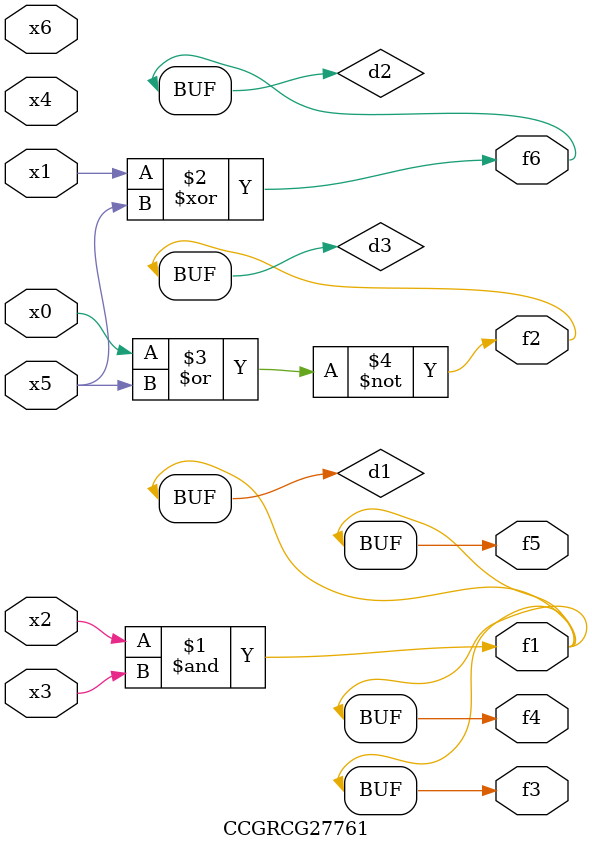
<source format=v>
module CCGRCG27761(
	input x0, x1, x2, x3, x4, x5, x6,
	output f1, f2, f3, f4, f5, f6
);

	wire d1, d2, d3;

	and (d1, x2, x3);
	xor (d2, x1, x5);
	nor (d3, x0, x5);
	assign f1 = d1;
	assign f2 = d3;
	assign f3 = d1;
	assign f4 = d1;
	assign f5 = d1;
	assign f6 = d2;
endmodule

</source>
